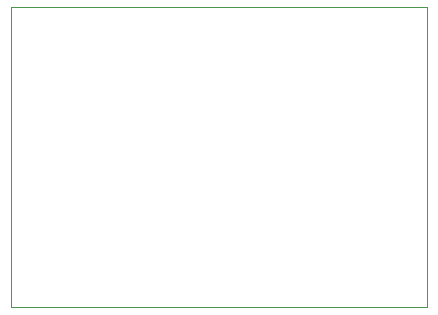
<source format=gbr>
%FSLAX32Y32*%
%MOMM*%
%LNOUTLINE*%
G71*
G01*
%ADD10C, 0.05*%
%LPD*%
G54D10*
X2Y2543D02*
X3529Y2543D01*
X3529Y3D01*
X5Y3D01*
X5Y2543D01*
M02*

</source>
